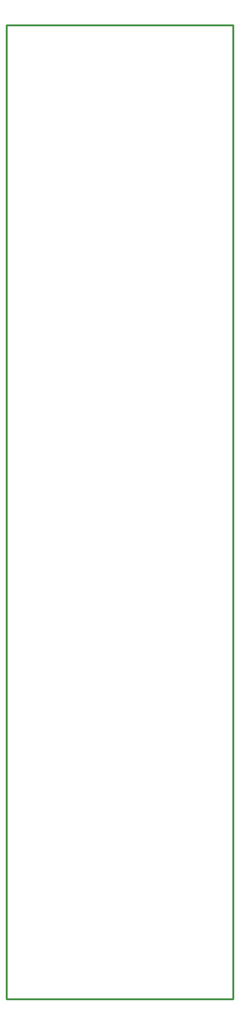
<source format=gko>
G04 Layer: BoardOutlineLayer*
G04 EasyEDA v6.5.29, 2023-07-18 11:26:45*
G04 9daeeb10d62f4b77b565989ef25a112e,5a6b42c53f6a479593ecc07194224c93,10*
G04 Gerber Generator version 0.2*
G04 Scale: 100 percent, Rotated: No, Reflected: No *
G04 Dimensions in millimeters *
G04 leading zeros omitted , absolute positions ,4 integer and 5 decimal *
%FSLAX45Y45*%
%MOMM*%

%ADD10C,0.2540*%
D10*
X0Y12839700D02*
G01*
X2997200Y12839700D01*
X2997200Y0D01*
X0Y0D01*
X0Y12839700D01*

%LPD*%
M02*

</source>
